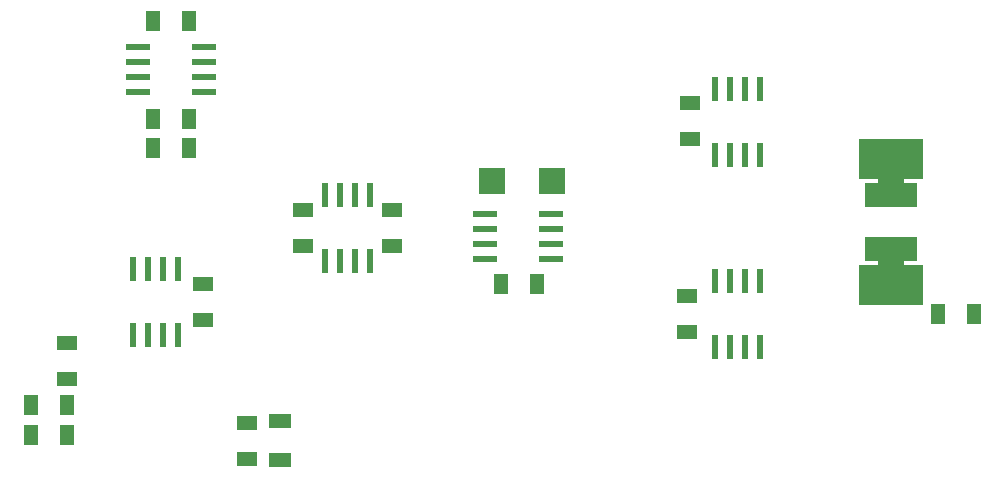
<source format=gtp>
G04*
G04 #@! TF.GenerationSoftware,Altium Limited,Altium Designer,19.0.15 (446)*
G04*
G04 Layer_Color=8421504*
%FSLAX44Y44*%
%MOMM*%
G71*
G01*
G75*
%ADD18R,2.5400X3.0000*%
%ADD19R,2.2000X2.0000*%
%ADD20R,5.4000X3.5000*%
%ADD21R,4.5000X2.0000*%
%ADD22R,1.6510X1.2700*%
%ADD23R,1.9000X1.2700*%
%ADD24R,1.2700X1.6510*%
%ADD25R,0.6000X2.0000*%
%ADD26R,2.0000X0.6000*%
%ADD27R,2.3000X2.3000*%
D18*
X837500Y167930D02*
D03*
Y272070D02*
D03*
D19*
Y254000D02*
D03*
Y186000D02*
D03*
D20*
Y273000D02*
D03*
Y167000D02*
D03*
D21*
Y197000D02*
D03*
Y243000D02*
D03*
D22*
X292500Y50240D02*
D03*
Y19760D02*
D03*
X667500Y320480D02*
D03*
Y290000D02*
D03*
X665000Y126860D02*
D03*
Y157340D02*
D03*
X415000Y230240D02*
D03*
Y199760D02*
D03*
X340000Y230240D02*
D03*
Y199760D02*
D03*
X255000Y137260D02*
D03*
Y167740D02*
D03*
X140000Y87260D02*
D03*
Y117740D02*
D03*
D23*
X320000Y51500D02*
D03*
Y18500D02*
D03*
D24*
X907740Y142500D02*
D03*
X877260D02*
D03*
X507260Y167500D02*
D03*
X537740D02*
D03*
X109760Y65000D02*
D03*
X140240D02*
D03*
X109760Y40000D02*
D03*
X140240D02*
D03*
X242740Y390664D02*
D03*
X212260D02*
D03*
X242740Y307500D02*
D03*
X212260D02*
D03*
Y282500D02*
D03*
X242740D02*
D03*
D25*
X726550Y170440D02*
D03*
X713850D02*
D03*
X701150D02*
D03*
X688450D02*
D03*
X726550Y114560D02*
D03*
X713850D02*
D03*
X701150D02*
D03*
X688450D02*
D03*
X726550Y332940D02*
D03*
X713850D02*
D03*
X701150D02*
D03*
X688450D02*
D03*
X726550Y277060D02*
D03*
X713850D02*
D03*
X701150D02*
D03*
X688450D02*
D03*
X396550Y242940D02*
D03*
X383850D02*
D03*
X371150D02*
D03*
X358450D02*
D03*
X396550Y187060D02*
D03*
X383850D02*
D03*
X371150D02*
D03*
X358450D02*
D03*
X195950Y124560D02*
D03*
X208650D02*
D03*
X221350D02*
D03*
X234050D02*
D03*
X195950Y180440D02*
D03*
X208650D02*
D03*
X221350D02*
D03*
X234050D02*
D03*
D26*
X549940Y188950D02*
D03*
Y201650D02*
D03*
Y214350D02*
D03*
Y227050D02*
D03*
X494060Y188950D02*
D03*
Y201650D02*
D03*
Y214350D02*
D03*
Y227050D02*
D03*
X199560Y368538D02*
D03*
Y355838D02*
D03*
Y343138D02*
D03*
Y330438D02*
D03*
X255440Y368538D02*
D03*
Y355838D02*
D03*
Y343138D02*
D03*
Y330438D02*
D03*
D27*
X550400Y255000D02*
D03*
X499600D02*
D03*
M02*

</source>
